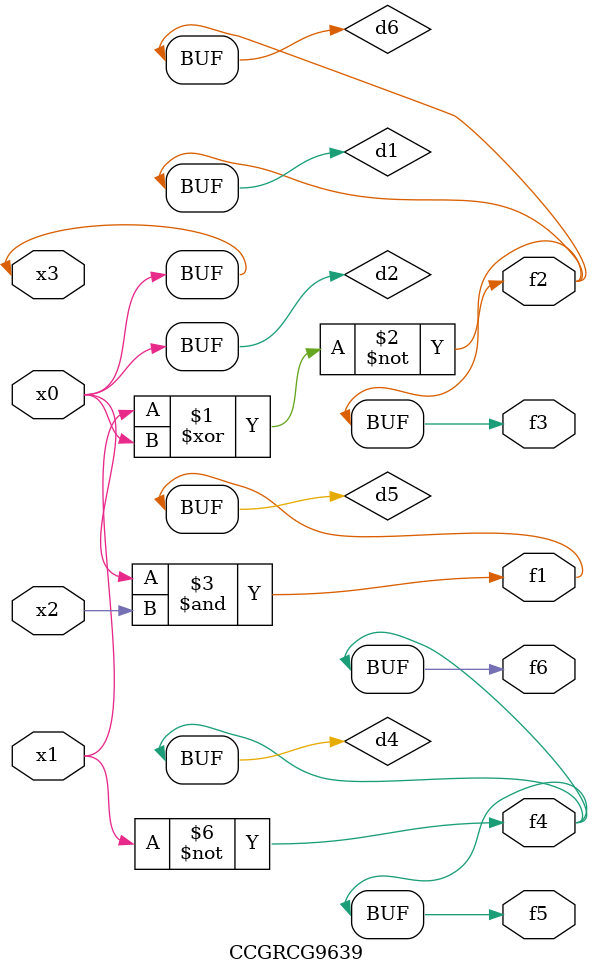
<source format=v>
module CCGRCG9639(
	input x0, x1, x2, x3,
	output f1, f2, f3, f4, f5, f6
);

	wire d1, d2, d3, d4, d5, d6;

	xnor (d1, x1, x3);
	buf (d2, x0, x3);
	nand (d3, x0, x2);
	not (d4, x1);
	nand (d5, d3);
	or (d6, d1);
	assign f1 = d5;
	assign f2 = d6;
	assign f3 = d6;
	assign f4 = d4;
	assign f5 = d4;
	assign f6 = d4;
endmodule

</source>
